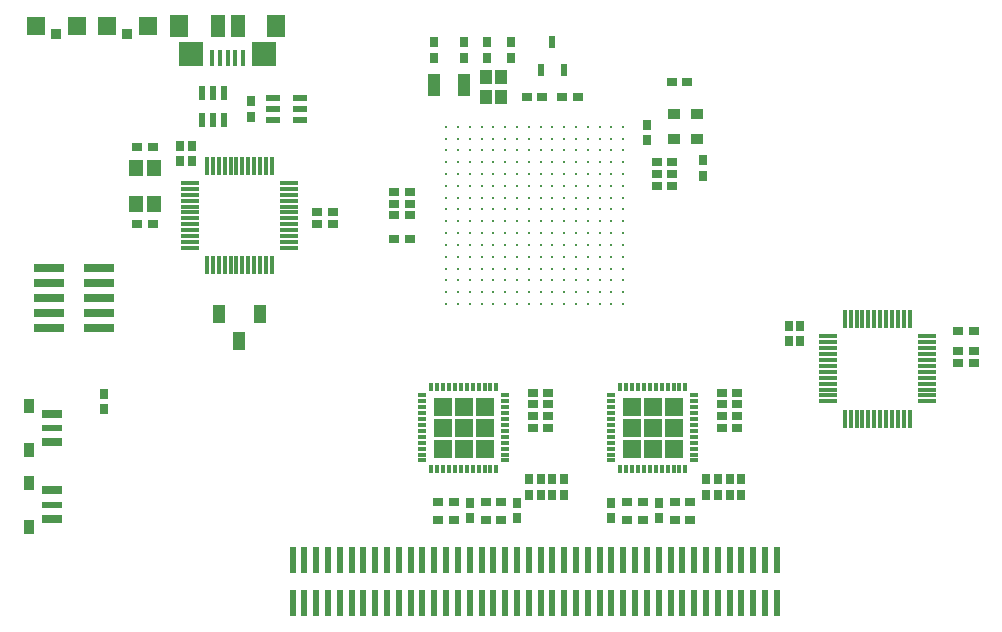
<source format=gtp>
G75*
G70*
%OFA0B0*%
%FSLAX24Y24*%
%IPPOS*%
%LPD*%
%AMOC8*
5,1,8,0,0,1.08239X$1,22.5*
%
%ADD10C,0.0118*%
%ADD11R,0.0236X0.0906*%
%ADD12R,0.1000X0.0300*%
%ADD13R,0.0591X0.0118*%
%ADD14R,0.0118X0.0591*%
%ADD15R,0.0315X0.0118*%
%ADD16R,0.0118X0.0315*%
%ADD17R,0.0591X0.0591*%
%ADD18R,0.0157X0.0531*%
%ADD19R,0.0630X0.0748*%
%ADD20R,0.0827X0.0787*%
%ADD21R,0.0472X0.0748*%
%ADD22R,0.0236X0.0472*%
%ADD23R,0.0394X0.0354*%
%ADD24R,0.0433X0.0748*%
%ADD25R,0.0276X0.0354*%
%ADD26R,0.0354X0.0276*%
%ADD27R,0.0217X0.0394*%
%ADD28R,0.0453X0.0551*%
%ADD29R,0.0472X0.0236*%
%ADD30R,0.0354X0.0354*%
%ADD31R,0.0394X0.0630*%
%ADD32R,0.0394X0.0472*%
%ADD33R,0.0709X0.0295*%
%ADD34R,0.0709X0.0236*%
%ADD35R,0.0354X0.0512*%
D10*
X015671Y012915D03*
X016065Y012915D03*
X016458Y012915D03*
X016852Y012915D03*
X017246Y012915D03*
X017639Y012915D03*
X018033Y012915D03*
X018427Y012915D03*
X018820Y012915D03*
X019214Y012915D03*
X019608Y012915D03*
X020002Y012915D03*
X020395Y012915D03*
X020789Y012915D03*
X021183Y012915D03*
X021576Y012915D03*
X021576Y013309D03*
X021183Y013309D03*
X021183Y013702D03*
X021576Y013702D03*
X021576Y014096D03*
X021183Y014096D03*
X021183Y014490D03*
X021576Y014490D03*
X021576Y014883D03*
X021183Y014883D03*
X020789Y014883D03*
X020395Y014883D03*
X020002Y014883D03*
X019608Y014883D03*
X019214Y014883D03*
X018820Y014883D03*
X018427Y014883D03*
X018033Y014883D03*
X017639Y014883D03*
X017246Y014883D03*
X016852Y014883D03*
X016458Y014883D03*
X016065Y014883D03*
X015671Y014883D03*
X015671Y014490D03*
X016065Y014490D03*
X016458Y014490D03*
X016458Y014096D03*
X016065Y014096D03*
X015671Y014096D03*
X015671Y013702D03*
X015671Y013309D03*
X016065Y013309D03*
X016458Y013309D03*
X016458Y013702D03*
X016065Y013702D03*
X016852Y013702D03*
X016852Y013309D03*
X017246Y013309D03*
X017246Y013702D03*
X017639Y013702D03*
X017639Y013309D03*
X018033Y013309D03*
X018033Y013702D03*
X018427Y013702D03*
X018427Y013309D03*
X018820Y013309D03*
X018820Y013702D03*
X019214Y013702D03*
X019214Y013309D03*
X019608Y013309D03*
X019608Y013702D03*
X020002Y013702D03*
X020395Y013702D03*
X020395Y013309D03*
X020002Y013309D03*
X020789Y013309D03*
X020789Y013702D03*
X020789Y014096D03*
X020395Y014096D03*
X020002Y014096D03*
X020002Y014490D03*
X020395Y014490D03*
X020789Y014490D03*
X019608Y014490D03*
X019214Y014490D03*
X018820Y014490D03*
X018427Y014490D03*
X018033Y014490D03*
X017639Y014490D03*
X017246Y014490D03*
X017246Y014096D03*
X017639Y014096D03*
X018033Y014096D03*
X018427Y014096D03*
X018820Y014096D03*
X019214Y014096D03*
X019608Y014096D03*
X019608Y015277D03*
X020002Y015277D03*
X020395Y015277D03*
X020395Y015671D03*
X020002Y015671D03*
X019608Y015671D03*
X019214Y015671D03*
X018820Y015671D03*
X018427Y015671D03*
X018427Y015277D03*
X018820Y015277D03*
X019214Y015277D03*
X019214Y016065D03*
X019214Y016458D03*
X018820Y016458D03*
X018427Y016458D03*
X018427Y016065D03*
X018820Y016065D03*
X018033Y016065D03*
X018033Y016458D03*
X017639Y016458D03*
X017246Y016458D03*
X017246Y016065D03*
X017639Y016065D03*
X017639Y015671D03*
X017246Y015671D03*
X017246Y015277D03*
X017639Y015277D03*
X018033Y015277D03*
X018033Y015671D03*
X016852Y015671D03*
X016458Y015671D03*
X016065Y015671D03*
X016065Y015277D03*
X016458Y015277D03*
X016852Y015277D03*
X016852Y016065D03*
X016852Y016458D03*
X016458Y016458D03*
X016458Y016065D03*
X016065Y016065D03*
X016065Y016458D03*
X015671Y016458D03*
X015671Y016065D03*
X015671Y015671D03*
X015671Y015277D03*
X016852Y014490D03*
X016852Y014096D03*
X019608Y016065D03*
X019608Y016458D03*
X020002Y016458D03*
X020395Y016458D03*
X020395Y016065D03*
X020002Y016065D03*
X020789Y016065D03*
X020789Y016458D03*
X021183Y016458D03*
X021576Y016458D03*
X021576Y016065D03*
X021183Y016065D03*
X021183Y015671D03*
X021576Y015671D03*
X021576Y015277D03*
X021183Y015277D03*
X020789Y015277D03*
X020789Y015671D03*
X020789Y016852D03*
X021183Y016852D03*
X021576Y016852D03*
X021576Y017246D03*
X021183Y017246D03*
X021183Y017639D03*
X021576Y017639D03*
X021576Y018033D03*
X021183Y018033D03*
X021183Y018427D03*
X021576Y018427D03*
X021576Y018820D03*
X021183Y018820D03*
X020789Y018820D03*
X020395Y018820D03*
X020002Y018820D03*
X019608Y018820D03*
X019214Y018820D03*
X018820Y018820D03*
X018427Y018820D03*
X018033Y018820D03*
X017639Y018820D03*
X017246Y018820D03*
X016852Y018820D03*
X016458Y018820D03*
X016065Y018820D03*
X015671Y018820D03*
X015671Y018427D03*
X016065Y018427D03*
X016458Y018427D03*
X016458Y018033D03*
X016065Y018033D03*
X015671Y018033D03*
X015671Y017639D03*
X015671Y017246D03*
X016065Y017246D03*
X016458Y017246D03*
X016458Y017639D03*
X016065Y017639D03*
X016852Y017639D03*
X016852Y017246D03*
X017246Y017246D03*
X017246Y017639D03*
X017639Y017639D03*
X017639Y017246D03*
X018033Y017246D03*
X018033Y017639D03*
X018427Y017639D03*
X018427Y017246D03*
X018820Y017246D03*
X018820Y017639D03*
X019214Y017639D03*
X019214Y017246D03*
X019608Y017246D03*
X019608Y017639D03*
X020002Y017639D03*
X020395Y017639D03*
X020395Y017246D03*
X020002Y017246D03*
X020002Y016852D03*
X020395Y016852D03*
X020789Y017246D03*
X020789Y017639D03*
X020789Y018033D03*
X020395Y018033D03*
X020002Y018033D03*
X020002Y018427D03*
X020395Y018427D03*
X020789Y018427D03*
X019608Y018427D03*
X019214Y018427D03*
X018820Y018427D03*
X018427Y018427D03*
X018427Y018033D03*
X018820Y018033D03*
X019214Y018033D03*
X019608Y018033D03*
X018033Y018033D03*
X017639Y018033D03*
X017246Y018033D03*
X017246Y018427D03*
X017639Y018427D03*
X018033Y018427D03*
X016852Y018427D03*
X016852Y018033D03*
X016852Y016852D03*
X017246Y016852D03*
X017639Y016852D03*
X018033Y016852D03*
X018427Y016852D03*
X018820Y016852D03*
X019214Y016852D03*
X019608Y016852D03*
X016458Y016852D03*
X016065Y016852D03*
X015671Y016852D03*
D11*
X015671Y004391D03*
X016065Y004391D03*
X016458Y004391D03*
X016852Y004391D03*
X017246Y004391D03*
X017639Y004391D03*
X018033Y004391D03*
X018427Y004391D03*
X018820Y004391D03*
X019214Y004391D03*
X019608Y004391D03*
X020002Y004391D03*
X020395Y004391D03*
X020789Y004391D03*
X021183Y004391D03*
X021576Y004391D03*
X021970Y004391D03*
X022364Y004391D03*
X022757Y004391D03*
X023151Y004391D03*
X023545Y004391D03*
X023939Y004391D03*
X024332Y004391D03*
X024726Y004391D03*
X025120Y004391D03*
X025513Y004391D03*
X025907Y004391D03*
X026301Y004391D03*
X026694Y004391D03*
X026694Y002935D03*
X026301Y002935D03*
X025907Y002935D03*
X025513Y002935D03*
X025120Y002935D03*
X024726Y002935D03*
X024332Y002935D03*
X023939Y002935D03*
X023545Y002935D03*
X023151Y002935D03*
X022757Y002935D03*
X022364Y002935D03*
X021970Y002935D03*
X021576Y002935D03*
X021183Y002935D03*
X020789Y002935D03*
X020395Y002935D03*
X020002Y002935D03*
X019608Y002935D03*
X019214Y002935D03*
X018820Y002935D03*
X018427Y002935D03*
X018033Y002935D03*
X017639Y002935D03*
X017246Y002935D03*
X016852Y002935D03*
X016458Y002935D03*
X016065Y002935D03*
X015671Y002935D03*
X015277Y002935D03*
X014883Y002935D03*
X014490Y002935D03*
X014096Y002935D03*
X013702Y002935D03*
X013309Y002935D03*
X012915Y002935D03*
X012521Y002935D03*
X012128Y002935D03*
X011734Y002935D03*
X011340Y002935D03*
X010946Y002935D03*
X010553Y002935D03*
X010553Y004391D03*
X010946Y004391D03*
X011340Y004391D03*
X011734Y004391D03*
X012128Y004391D03*
X012521Y004391D03*
X012915Y004391D03*
X013309Y004391D03*
X013702Y004391D03*
X014096Y004391D03*
X014490Y004391D03*
X014883Y004391D03*
X015277Y004391D03*
D12*
X004104Y012112D03*
X004104Y012612D03*
X004104Y013112D03*
X004104Y013612D03*
X004104Y014112D03*
X002434Y014112D03*
X002434Y013612D03*
X002434Y013112D03*
X002434Y012612D03*
X002434Y012112D03*
D13*
X007128Y014785D03*
X007128Y014982D03*
X007128Y015179D03*
X007128Y015376D03*
X007128Y015572D03*
X007128Y015769D03*
X007128Y015966D03*
X007128Y016163D03*
X007128Y016360D03*
X007128Y016557D03*
X007128Y016754D03*
X007128Y016950D03*
X010435Y016950D03*
X010435Y016754D03*
X010435Y016557D03*
X010435Y016360D03*
X010435Y016163D03*
X010435Y015966D03*
X010435Y015769D03*
X010435Y015572D03*
X010435Y015376D03*
X010435Y015179D03*
X010435Y014982D03*
X010435Y014785D03*
X028387Y011832D03*
X028387Y011635D03*
X028387Y011439D03*
X028387Y011242D03*
X028387Y011045D03*
X028387Y010848D03*
X028387Y010651D03*
X028387Y010454D03*
X028387Y010257D03*
X028387Y010061D03*
X028387Y009864D03*
X028387Y009667D03*
X031694Y009667D03*
X031694Y009864D03*
X031694Y010061D03*
X031694Y010257D03*
X031694Y010454D03*
X031694Y010651D03*
X031694Y010848D03*
X031694Y011045D03*
X031694Y011242D03*
X031694Y011439D03*
X031694Y011635D03*
X031694Y011832D03*
D14*
X031124Y012403D03*
X030927Y012403D03*
X030730Y012403D03*
X030533Y012403D03*
X030336Y012403D03*
X030139Y012403D03*
X029943Y012403D03*
X029746Y012403D03*
X029549Y012403D03*
X029352Y012403D03*
X029155Y012403D03*
X028958Y012403D03*
X028958Y009096D03*
X029155Y009096D03*
X029352Y009096D03*
X029549Y009096D03*
X029746Y009096D03*
X029943Y009096D03*
X030139Y009096D03*
X030336Y009096D03*
X030533Y009096D03*
X030730Y009096D03*
X030927Y009096D03*
X031124Y009096D03*
X009864Y014214D03*
X009667Y014214D03*
X009470Y014214D03*
X009273Y014214D03*
X009076Y014214D03*
X008880Y014214D03*
X008683Y014214D03*
X008486Y014214D03*
X008289Y014214D03*
X008092Y014214D03*
X007895Y014214D03*
X007698Y014214D03*
X007698Y017521D03*
X007895Y017521D03*
X008092Y017521D03*
X008289Y017521D03*
X008486Y017521D03*
X008683Y017521D03*
X008880Y017521D03*
X009076Y017521D03*
X009273Y017521D03*
X009470Y017521D03*
X009667Y017521D03*
X009864Y017521D03*
D15*
X014883Y009864D03*
X014883Y009667D03*
X014883Y009470D03*
X014883Y009273D03*
X014883Y009076D03*
X014883Y008880D03*
X014883Y008683D03*
X014883Y008486D03*
X014883Y008289D03*
X014883Y008092D03*
X014883Y007895D03*
X014883Y007698D03*
X017639Y007698D03*
X017639Y007895D03*
X017639Y008092D03*
X017639Y008289D03*
X017639Y008486D03*
X017639Y008683D03*
X017639Y008880D03*
X017639Y009076D03*
X017639Y009273D03*
X017639Y009470D03*
X017639Y009667D03*
X017639Y009864D03*
X021183Y009864D03*
X021183Y009667D03*
X021183Y009470D03*
X021183Y009273D03*
X021183Y009076D03*
X021183Y008880D03*
X021183Y008683D03*
X021183Y008486D03*
X021183Y008289D03*
X021183Y008092D03*
X021183Y007895D03*
X021183Y007698D03*
X023939Y007698D03*
X023939Y007895D03*
X023939Y008092D03*
X023939Y008289D03*
X023939Y008486D03*
X023939Y008683D03*
X023939Y008880D03*
X023939Y009076D03*
X023939Y009273D03*
X023939Y009470D03*
X023939Y009667D03*
X023939Y009864D03*
D16*
X023643Y010159D03*
X023446Y010159D03*
X023250Y010159D03*
X023053Y010159D03*
X022856Y010159D03*
X022659Y010159D03*
X022462Y010159D03*
X022265Y010159D03*
X022069Y010159D03*
X021872Y010159D03*
X021675Y010159D03*
X021478Y010159D03*
X021478Y007403D03*
X021675Y007403D03*
X021872Y007403D03*
X022069Y007403D03*
X022265Y007403D03*
X022462Y007403D03*
X022659Y007403D03*
X022856Y007403D03*
X023053Y007403D03*
X023250Y007403D03*
X023446Y007403D03*
X023643Y007403D03*
X017344Y007403D03*
X017147Y007403D03*
X016950Y007403D03*
X016754Y007403D03*
X016557Y007403D03*
X016360Y007403D03*
X016163Y007403D03*
X015966Y007403D03*
X015769Y007403D03*
X015572Y007403D03*
X015376Y007403D03*
X015179Y007403D03*
X015179Y010159D03*
X015376Y010159D03*
X015572Y010159D03*
X015769Y010159D03*
X015966Y010159D03*
X016163Y010159D03*
X016360Y010159D03*
X016557Y010159D03*
X016754Y010159D03*
X016950Y010159D03*
X017147Y010159D03*
X017344Y010159D03*
D17*
X016970Y009490D03*
X016261Y009490D03*
X015553Y009490D03*
X015553Y008781D03*
X016261Y008781D03*
X016970Y008781D03*
X016970Y008072D03*
X016261Y008072D03*
X015553Y008072D03*
X021852Y008072D03*
X022561Y008072D03*
X023269Y008072D03*
X023269Y008781D03*
X022561Y008781D03*
X021852Y008781D03*
X021852Y009490D03*
X022561Y009490D03*
X023269Y009490D03*
X005730Y022167D03*
X004352Y022167D03*
X003368Y022167D03*
X001990Y022167D03*
D18*
X007876Y021114D03*
X008131Y021114D03*
X008387Y021114D03*
X008643Y021114D03*
X008899Y021114D03*
D19*
X010002Y022167D03*
X006773Y022167D03*
D20*
X007167Y021242D03*
X009608Y021242D03*
D21*
X008722Y022167D03*
X008053Y022167D03*
D22*
X007895Y019962D03*
X007521Y019962D03*
X008269Y019962D03*
X008269Y019057D03*
X007895Y019057D03*
X007521Y019057D03*
D23*
X023269Y019234D03*
X024017Y019234D03*
X024017Y018407D03*
X023269Y018407D03*
D24*
X016261Y020198D03*
X015277Y020198D03*
D25*
X015277Y021124D03*
X015277Y021635D03*
X016261Y021635D03*
X016261Y021124D03*
X017049Y021124D03*
X017049Y021635D03*
X017836Y021635D03*
X017836Y021124D03*
X022364Y018880D03*
X022364Y018368D03*
X024234Y017698D03*
X024234Y017187D03*
X027088Y012187D03*
X027482Y012187D03*
X027482Y011675D03*
X027088Y011675D03*
X025513Y007069D03*
X025120Y007069D03*
X024726Y007069D03*
X024332Y007069D03*
X024332Y006557D03*
X024726Y006557D03*
X025120Y006557D03*
X025513Y006557D03*
X022757Y006281D03*
X022757Y005769D03*
X021183Y005769D03*
X021183Y006281D03*
X019608Y006557D03*
X019214Y006557D03*
X018820Y006557D03*
X018427Y006557D03*
X018033Y006281D03*
X018033Y005769D03*
X016458Y005769D03*
X016458Y006281D03*
X018427Y007069D03*
X018820Y007069D03*
X019214Y007069D03*
X019608Y007069D03*
X004254Y009411D03*
X004254Y009923D03*
X006813Y017679D03*
X007206Y017679D03*
X007206Y018191D03*
X006813Y018191D03*
X009175Y019155D03*
X009175Y019667D03*
D26*
X005887Y018131D03*
X005376Y018131D03*
X005376Y015572D03*
X005887Y015572D03*
X011380Y015572D03*
X011380Y015966D03*
X011891Y015966D03*
X011891Y015572D03*
X013939Y015868D03*
X014450Y015868D03*
X014450Y016261D03*
X014450Y016655D03*
X013939Y016655D03*
X013939Y016261D03*
X013939Y015080D03*
X014450Y015080D03*
X018368Y019805D03*
X018880Y019805D03*
X019549Y019805D03*
X020061Y019805D03*
X023191Y020297D03*
X023702Y020297D03*
X023210Y017639D03*
X023210Y017246D03*
X023210Y016852D03*
X022698Y016852D03*
X022698Y017246D03*
X022698Y017639D03*
X032738Y012029D03*
X033250Y012029D03*
X033250Y011340D03*
X033250Y010946D03*
X032738Y010946D03*
X032738Y011340D03*
X025376Y009962D03*
X025376Y009569D03*
X025376Y009175D03*
X025376Y008781D03*
X024864Y008781D03*
X024864Y009175D03*
X024864Y009569D03*
X024864Y009962D03*
X023801Y006320D03*
X023289Y006320D03*
X023289Y005730D03*
X023801Y005730D03*
X022226Y005730D03*
X021714Y005730D03*
X021714Y006320D03*
X022226Y006320D03*
X019076Y008781D03*
X019076Y009175D03*
X019076Y009569D03*
X019076Y009962D03*
X018565Y009962D03*
X018565Y009569D03*
X018565Y009175D03*
X018565Y008781D03*
X017502Y006320D03*
X016990Y006320D03*
X016990Y005730D03*
X017502Y005730D03*
X015927Y005730D03*
X015415Y005730D03*
X015415Y006320D03*
X015927Y006320D03*
D27*
X018840Y020730D03*
X019588Y020730D03*
X019214Y021635D03*
D28*
X005946Y017443D03*
X005317Y017443D03*
X005317Y016261D03*
X005946Y016261D03*
D29*
X009903Y019037D03*
X009903Y019411D03*
X009903Y019785D03*
X010809Y019785D03*
X010809Y019411D03*
X010809Y019037D03*
D30*
X005041Y021911D03*
X002679Y021911D03*
D31*
X008092Y012580D03*
X008781Y011675D03*
X009470Y012580D03*
D32*
X016990Y019805D03*
X017502Y019805D03*
X017502Y020474D03*
X016990Y020474D03*
D33*
X002541Y009263D03*
X002541Y008299D03*
X002541Y006704D03*
X002541Y005740D03*
D34*
X002541Y006222D03*
X002541Y008781D03*
D35*
X001773Y005494D03*
X001773Y006950D03*
X001773Y008053D03*
X001773Y009509D03*
M02*

</source>
